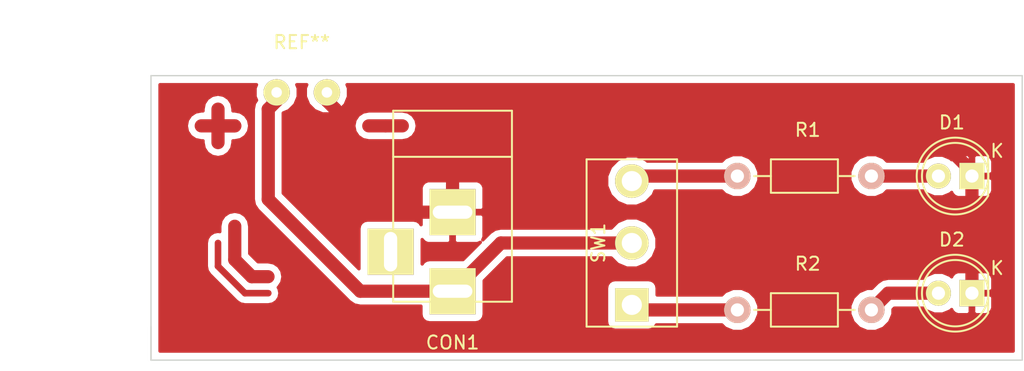
<source format=kicad_pcb>
(kicad_pcb (version 4) (host pcbnew 4.0.2-stable)

  (general
    (links 9)
    (no_connects 2)
    (area 116.789999 77.419999 182.930001 99.110001)
    (thickness 1.6)
    (drawings 7)
    (tracks 37)
    (zones 0)
    (modules 7)
    (nets 8)
  )

  (page A4)
  (layers
    (0 F.Cu signal)
    (31 B.Cu signal)
    (32 B.Adhes user)
    (33 F.Adhes user)
    (34 B.Paste user)
    (35 F.Paste user)
    (36 B.SilkS user)
    (37 F.SilkS user)
    (38 B.Mask user)
    (39 F.Mask user)
    (40 Dwgs.User user)
    (41 Cmts.User user)
    (42 Eco1.User user)
    (43 Eco2.User user)
    (44 Edge.Cuts user)
    (45 Margin user)
    (46 B.CrtYd user)
    (47 F.CrtYd user)
    (48 B.Fab user)
    (49 F.Fab user)
  )

  (setup
    (last_trace_width 1)
    (trace_clearance 0.5)
    (zone_clearance 0.508)
    (zone_45_only no)
    (trace_min 0.5)
    (segment_width 0.2)
    (edge_width 0.1)
    (via_size 1)
    (via_drill 0.6)
    (via_min_size 1)
    (via_min_drill 0.6)
    (uvia_size 0.3)
    (uvia_drill 0.1)
    (uvias_allowed no)
    (uvia_min_size 0.2)
    (uvia_min_drill 0.1)
    (pcb_text_width 0.3)
    (pcb_text_size 1.5 1.5)
    (mod_edge_width 0.15)
    (mod_text_size 1 1)
    (mod_text_width 0.15)
    (pad_size 1.99898 1.99898)
    (pad_drill 0.8001)
    (pad_to_mask_clearance 0)
    (aux_axis_origin 120.65 95.25)
    (grid_origin 116.84 99.06)
    (visible_elements FFFFFF7F)
    (pcbplotparams
      (layerselection 0x00030_80000001)
      (usegerberextensions false)
      (excludeedgelayer true)
      (linewidth 0.100000)
      (plotframeref false)
      (viasonmask false)
      (mode 1)
      (useauxorigin false)
      (hpglpennumber 1)
      (hpglpenspeed 20)
      (hpglpendiameter 15)
      (hpglpenoverlay 2)
      (psnegative false)
      (psa4output false)
      (plotreference true)
      (plotvalue true)
      (plotinvisibletext false)
      (padsonsilk false)
      (subtractmaskfromsilk false)
      (outputformat 1)
      (mirror false)
      (drillshape 1)
      (scaleselection 1)
      (outputdirectory ""))
  )

  (net 0 "")
  (net 1 "Net-(CON1-Pad1)")
  (net 2 "Net-(CON1-Pad2)")
  (net 3 "Net-(CON1-Pad3)")
  (net 4 "Net-(D1-Pad2)")
  (net 5 "Net-(D2-Pad2)")
  (net 6 "Net-(R1-Pad1)")
  (net 7 "Net-(R2-Pad1)")

  (net_class Default "This is the default net class."
    (clearance 0.5)
    (trace_width 1)
    (via_dia 1)
    (via_drill 0.6)
    (uvia_dia 0.3)
    (uvia_drill 0.1)
    (add_net "Net-(CON1-Pad1)")
    (add_net "Net-(CON1-Pad2)")
    (add_net "Net-(CON1-Pad3)")
    (add_net "Net-(D1-Pad2)")
    (add_net "Net-(D2-Pad2)")
    (add_net "Net-(R1-Pad1)")
    (add_net "Net-(R2-Pad1)")
  )

  (net_class "test 0.5" ""
    (clearance 0.5)
    (trace_width 0.5)
    (via_dia 1)
    (via_drill 0.6)
    (uvia_dia 0.3)
    (uvia_drill 0.1)
  )

  (module Wire_Pads:SolderWirePad_2x_0-8mmDrill (layer F.Cu) (tedit 5798AC22) (tstamp 5798AB8C)
    (at 128.27 78.74)
    (fp_text reference REF** (at 0 -3.81) (layer F.SilkS)
      (effects (font (size 1 1) (thickness 0.15)))
    )
    (fp_text value SolderWirePad_2x_0-8mmDrill (at 0.635 2.54) (layer F.Fab)
      (effects (font (size 1 1) (thickness 0.15)))
    )
    (pad 1 thru_hole circle (at -1.905 0) (size 1.99898 1.99898) (drill 0.8001) (layers *.Cu *.Mask F.SilkS)
      (net 1 "Net-(CON1-Pad1)"))
    (pad 1 thru_hole circle (at 1.905 0) (size 1.99898 1.99898) (drill 0.8001) (layers *.Cu *.Mask F.SilkS)
      (net 2 "Net-(CON1-Pad2)"))
  )

  (module LEDs:LED-5MM (layer F.Cu) (tedit 5570F7EA) (tstamp 5798A5F1)
    (at 179.07 85.09 180)
    (descr "LED 5mm round vertical")
    (tags "LED 5mm round vertical")
    (path /5798A547)
    (fp_text reference D1 (at 1.524 4.064 180) (layer F.SilkS)
      (effects (font (size 1 1) (thickness 0.15)))
    )
    (fp_text value LED (at 1.524 -3.937 180) (layer F.Fab)
      (effects (font (size 1 1) (thickness 0.15)))
    )
    (fp_line (start -1.5 -1.55) (end -1.5 1.55) (layer F.CrtYd) (width 0.05))
    (fp_arc (start 1.3 0) (end -1.5 1.55) (angle -302) (layer F.CrtYd) (width 0.05))
    (fp_arc (start 1.27 0) (end -1.23 -1.5) (angle 297.5) (layer F.SilkS) (width 0.15))
    (fp_line (start -1.23 1.5) (end -1.23 -1.5) (layer F.SilkS) (width 0.15))
    (fp_circle (center 1.27 0) (end 0.97 -2.5) (layer F.SilkS) (width 0.15))
    (fp_text user K (at -1.905 1.905 180) (layer F.SilkS)
      (effects (font (size 1 1) (thickness 0.15)))
    )
    (pad 1 thru_hole rect (at 0 0 270) (size 2 1.9) (drill 1.00076) (layers *.Cu *.Mask F.SilkS)
      (net 2 "Net-(CON1-Pad2)"))
    (pad 2 thru_hole circle (at 2.54 0 180) (size 1.9 1.9) (drill 1.00076) (layers *.Cu *.Mask F.SilkS)
      (net 4 "Net-(D1-Pad2)"))
    (model LEDs.3dshapes/LED-5MM.wrl
      (at (xyz 0.05 0 0))
      (scale (xyz 1 1 1))
      (rotate (xyz 0 0 90))
    )
  )

  (module Resistors_ThroughHole:Resistor_Horizontal_RM10mm (layer F.Cu) (tedit 56648415) (tstamp 5798A5FD)
    (at 161.29 85.09)
    (descr "Resistor, Axial,  RM 10mm, 1/3W")
    (tags "Resistor Axial RM 10mm 1/3W")
    (path /5798A51E)
    (fp_text reference R1 (at 5.32892 -3.50012) (layer F.SilkS)
      (effects (font (size 1 1) (thickness 0.15)))
    )
    (fp_text value R (at 5.08 3.81) (layer F.Fab)
      (effects (font (size 1 1) (thickness 0.15)))
    )
    (fp_line (start -1.25 -1.5) (end 11.4 -1.5) (layer F.CrtYd) (width 0.05))
    (fp_line (start -1.25 1.5) (end -1.25 -1.5) (layer F.CrtYd) (width 0.05))
    (fp_line (start 11.4 -1.5) (end 11.4 1.5) (layer F.CrtYd) (width 0.05))
    (fp_line (start -1.25 1.5) (end 11.4 1.5) (layer F.CrtYd) (width 0.05))
    (fp_line (start 2.54 -1.27) (end 7.62 -1.27) (layer F.SilkS) (width 0.15))
    (fp_line (start 7.62 -1.27) (end 7.62 1.27) (layer F.SilkS) (width 0.15))
    (fp_line (start 7.62 1.27) (end 2.54 1.27) (layer F.SilkS) (width 0.15))
    (fp_line (start 2.54 1.27) (end 2.54 -1.27) (layer F.SilkS) (width 0.15))
    (fp_line (start 2.54 0) (end 1.27 0) (layer F.SilkS) (width 0.15))
    (fp_line (start 7.62 0) (end 8.89 0) (layer F.SilkS) (width 0.15))
    (pad 1 thru_hole circle (at 0 0) (size 1.99898 1.99898) (drill 1.00076) (layers *.Cu *.SilkS *.Mask)
      (net 6 "Net-(R1-Pad1)"))
    (pad 2 thru_hole circle (at 10.16 0) (size 1.99898 1.99898) (drill 1.00076) (layers *.Cu *.SilkS *.Mask)
      (net 4 "Net-(D1-Pad2)"))
    (model Resistors_ThroughHole.3dshapes/Resistor_Horizontal_RM10mm.wrl
      (at (xyz 0 0 0))
      (scale (xyz 0.4 0.4 0.4))
      (rotate (xyz 0 0 0))
    )
  )

  (module Resistors_ThroughHole:Resistor_Horizontal_RM10mm (layer F.Cu) (tedit 56648415) (tstamp 5798A603)
    (at 161.29 95.25)
    (descr "Resistor, Axial,  RM 10mm, 1/3W")
    (tags "Resistor Axial RM 10mm 1/3W")
    (path /5798A634)
    (fp_text reference R2 (at 5.32892 -3.50012) (layer F.SilkS)
      (effects (font (size 1 1) (thickness 0.15)))
    )
    (fp_text value R (at 5.08 3.81) (layer F.Fab)
      (effects (font (size 1 1) (thickness 0.15)))
    )
    (fp_line (start -1.25 -1.5) (end 11.4 -1.5) (layer F.CrtYd) (width 0.05))
    (fp_line (start -1.25 1.5) (end -1.25 -1.5) (layer F.CrtYd) (width 0.05))
    (fp_line (start 11.4 -1.5) (end 11.4 1.5) (layer F.CrtYd) (width 0.05))
    (fp_line (start -1.25 1.5) (end 11.4 1.5) (layer F.CrtYd) (width 0.05))
    (fp_line (start 2.54 -1.27) (end 7.62 -1.27) (layer F.SilkS) (width 0.15))
    (fp_line (start 7.62 -1.27) (end 7.62 1.27) (layer F.SilkS) (width 0.15))
    (fp_line (start 7.62 1.27) (end 2.54 1.27) (layer F.SilkS) (width 0.15))
    (fp_line (start 2.54 1.27) (end 2.54 -1.27) (layer F.SilkS) (width 0.15))
    (fp_line (start 2.54 0) (end 1.27 0) (layer F.SilkS) (width 0.15))
    (fp_line (start 7.62 0) (end 8.89 0) (layer F.SilkS) (width 0.15))
    (pad 1 thru_hole circle (at 0 0) (size 1.99898 1.99898) (drill 1.00076) (layers *.Cu *.SilkS *.Mask)
      (net 7 "Net-(R2-Pad1)"))
    (pad 2 thru_hole circle (at 10.16 0) (size 1.99898 1.99898) (drill 1.00076) (layers *.Cu *.SilkS *.Mask)
      (net 5 "Net-(D2-Pad2)"))
    (model Resistors_ThroughHole.3dshapes/Resistor_Horizontal_RM10mm.wrl
      (at (xyz 0 0 0))
      (scale (xyz 0.4 0.4 0.4))
      (rotate (xyz 0 0 0))
    )
  )

  (module Connect:BARREL_JACK (layer F.Cu) (tedit 0) (tstamp 5798A5EB)
    (at 139.7 87.63 270)
    (descr "DC Barrel Jack")
    (tags "Power Jack")
    (path /5798A4FF)
    (fp_text reference CON1 (at 10.09904 0 360) (layer F.SilkS)
      (effects (font (size 1 1) (thickness 0.15)))
    )
    (fp_text value BARREL_JACK (at 0 -5.99948 270) (layer F.Fab)
      (effects (font (size 1 1) (thickness 0.15)))
    )
    (fp_line (start -4.0005 -4.50088) (end -4.0005 4.50088) (layer F.SilkS) (width 0.15))
    (fp_line (start -7.50062 -4.50088) (end -7.50062 4.50088) (layer F.SilkS) (width 0.15))
    (fp_line (start -7.50062 4.50088) (end 7.00024 4.50088) (layer F.SilkS) (width 0.15))
    (fp_line (start 7.00024 4.50088) (end 7.00024 -4.50088) (layer F.SilkS) (width 0.15))
    (fp_line (start 7.00024 -4.50088) (end -7.50062 -4.50088) (layer F.SilkS) (width 0.15))
    (pad 1 thru_hole rect (at 6.20014 0 270) (size 3.50012 3.50012) (drill oval 1.00076 2.99974) (layers *.Cu *.Mask F.SilkS)
      (net 1 "Net-(CON1-Pad1)"))
    (pad 2 thru_hole rect (at 0.20066 0 270) (size 3.50012 3.50012) (drill oval 1.00076 2.99974) (layers *.Cu *.Mask F.SilkS)
      (net 2 "Net-(CON1-Pad2)"))
    (pad 3 thru_hole rect (at 3.2004 4.699 270) (size 3.50012 3.50012) (drill oval 2.99974 1.00076) (layers *.Cu *.Mask F.SilkS)
      (net 3 "Net-(CON1-Pad3)"))
  )

  (module LEDs:LED-5MM (layer F.Cu) (tedit 5570F7EA) (tstamp 5798A5F7)
    (at 179.07 93.98 180)
    (descr "LED 5mm round vertical")
    (tags "LED 5mm round vertical")
    (path /5798A63A)
    (fp_text reference D2 (at 1.524 4.064 180) (layer F.SilkS)
      (effects (font (size 1 1) (thickness 0.15)))
    )
    (fp_text value LED (at 1.524 -3.937 180) (layer F.Fab)
      (effects (font (size 1 1) (thickness 0.15)))
    )
    (fp_line (start -1.5 -1.55) (end -1.5 1.55) (layer F.CrtYd) (width 0.05))
    (fp_arc (start 1.3 0) (end -1.5 1.55) (angle -302) (layer F.CrtYd) (width 0.05))
    (fp_arc (start 1.27 0) (end -1.23 -1.5) (angle 297.5) (layer F.SilkS) (width 0.15))
    (fp_line (start -1.23 1.5) (end -1.23 -1.5) (layer F.SilkS) (width 0.15))
    (fp_circle (center 1.27 0) (end 0.97 -2.5) (layer F.SilkS) (width 0.15))
    (fp_text user K (at -1.905 1.905 180) (layer F.SilkS)
      (effects (font (size 1 1) (thickness 0.15)))
    )
    (pad 1 thru_hole rect (at 0 0 270) (size 2 1.9) (drill 1.00076) (layers *.Cu *.Mask F.SilkS)
      (net 2 "Net-(CON1-Pad2)"))
    (pad 2 thru_hole circle (at 2.54 0 180) (size 1.9 1.9) (drill 1.00076) (layers *.Cu *.Mask F.SilkS)
      (net 5 "Net-(D2-Pad2)"))
    (model LEDs.3dshapes/LED-5MM.wrl
      (at (xyz 0.05 0 0))
      (scale (xyz 1 1 1))
      (rotate (xyz 0 0 90))
    )
  )

  (module myparts:SW_SPDT (layer F.Cu) (tedit 579896F2) (tstamp 5798A60A)
    (at 153.289 90.17 90)
    (tags "Switch SPDT")
    (path /5798A57D)
    (fp_text reference SW1 (at 0 -2.54 90) (layer F.SilkS)
      (effects (font (size 1 1) (thickness 0.15)))
    )
    (fp_text value SWITCH_INV (at 0.025 2.45 90) (layer F.Fab)
      (effects (font (size 1 1) (thickness 0.15)))
    )
    (fp_line (start -6.35 3.429) (end -6.35 -3.429) (layer F.SilkS) (width 0.15))
    (fp_line (start -6.35 -3.429) (end 6.35 -3.429) (layer F.SilkS) (width 0.15))
    (fp_line (start 6.35 -3.429) (end 6.35 3.429) (layer F.SilkS) (width 0.15))
    (fp_line (start 6.35 3.429) (end -6.35 3.429) (layer F.SilkS) (width 0.15))
    (pad 1 thru_hole rect (at -4.699 0 90) (size 2.54 2.54) (drill 1.524) (layers *.Cu *.Mask F.SilkS)
      (net 7 "Net-(R2-Pad1)"))
    (pad 2 thru_hole circle (at 0 0 90) (size 2.54 2.54) (drill 1.524) (layers *.Cu *.Mask F.SilkS)
      (net 1 "Net-(CON1-Pad1)"))
    (pad 3 thru_hole circle (at 4.699 0 90) (size 2.54 2.54) (drill 1.524) (layers *.Cu *.Mask F.SilkS)
      (net 6 "Net-(R1-Pad1)"))
  )

  (gr_line (start 116.84 99.06) (end 116.84 96.52) (layer Edge.Cuts) (width 0.1))
  (gr_line (start 182.88 99.06) (end 116.84 99.06) (layer Edge.Cuts) (width 0.1))
  (gr_line (start 182.88 77.47) (end 182.88 99.06) (layer Edge.Cuts) (width 0.1))
  (gr_line (start 116.84 77.47) (end 182.88 77.47) (layer Edge.Cuts) (width 0.1))
  (gr_line (start 116.84 99.06) (end 116.84 77.47) (layer Edge.Cuts) (width 0.1))
  (dimension 20.32 (width 0.3) (layer Cmts.User)
    (gr_text "20.320 mm" (at 111.68 87.63 270) (layer Cmts.User)
      (effects (font (size 1.5 1.5) (thickness 0.3)))
    )
    (feature1 (pts (xy 115.57 97.79) (xy 110.33 97.79)))
    (feature2 (pts (xy 115.57 77.47) (xy 110.33 77.47)))
    (crossbar (pts (xy 113.03 77.47) (xy 113.03 97.79)))
    (arrow1a (pts (xy 113.03 97.79) (xy 112.443579 96.663496)))
    (arrow1b (pts (xy 113.03 97.79) (xy 113.616421 96.663496)))
    (arrow2a (pts (xy 113.03 77.47) (xy 112.443579 78.596504)))
    (arrow2b (pts (xy 113.03 77.47) (xy 113.616421 78.596504)))
  )
  (dimension 66.04 (width 0.3) (layer Cmts.User)
    (gr_text "66.040 mm" (at 149.86 73.58) (layer Cmts.User)
      (effects (font (size 1.5 1.5) (thickness 0.3)))
    )
    (feature1 (pts (xy 182.88 77.47) (xy 182.88 72.23)))
    (feature2 (pts (xy 116.84 77.47) (xy 116.84 72.23)))
    (crossbar (pts (xy 116.84 74.93) (xy 182.88 74.93)))
    (arrow1a (pts (xy 182.88 74.93) (xy 181.753496 75.516421)))
    (arrow1b (pts (xy 182.88 74.93) (xy 181.753496 74.343579)))
    (arrow2a (pts (xy 116.84 74.93) (xy 117.966504 75.516421)))
    (arrow2b (pts (xy 116.84 74.93) (xy 117.966504 74.343579)))
  )

  (segment (start 124.47999 92.72999) (end 125.71001 92.72999) (width 1) (layer F.Cu) (net 0))
  (segment (start 123.962218 93.98) (end 121.92 91.937782) (width 0.5) (layer F.Cu) (net 0))
  (segment (start 125.73 93.98) (end 123.962218 93.98) (width 0.5) (layer F.Cu) (net 0))
  (segment (start 121.92 91.937782) (end 121.92 90.17) (width 0.5) (layer F.Cu) (net 0))
  (segment (start 123.19 88.9) (end 123.19 91.44) (width 1) (layer F.Cu) (net 0))
  (segment (start 123.19 91.44) (end 124.47999 92.72999) (width 1) (layer F.Cu) (net 0))
  (segment (start 134.62 81.28) (end 133.35 81.28) (width 1) (layer F.Cu) (net 0))
  (segment (start 121.92 81.28) (end 121.92 82.55) (width 1) (layer F.Cu) (net 0))
  (segment (start 121.92 81.28) (end 121.92 80.01) (width 1) (layer F.Cu) (net 0))
  (segment (start 123.19 81.28) (end 121.92 81.28) (width 1) (layer F.Cu) (net 0))
  (segment (start 120.65 81.28) (end 123.19 81.28) (width 1) (layer F.Cu) (net 0))
  (segment (start 134.62 81.28) (end 135.89 81.28) (width 1) (layer F.Cu) (net 0))
  (segment (start 126.365 78.74) (end 126.365 79.375) (width 1) (layer F.Cu) (net 1))
  (segment (start 126.365 79.375) (end 125.73 80.01) (width 1) (layer F.Cu) (net 1))
  (segment (start 125.73 86.859522) (end 125.73 80.01) (width 1) (layer F.Cu) (net 1))
  (segment (start 139.7 93.83014) (end 132.700618 93.83014) (width 1) (layer F.Cu) (net 1))
  (segment (start 132.700618 93.83014) (end 125.73 86.859522) (width 1) (layer F.Cu) (net 1))
  (segment (start 153.289 90.17) (end 143.36014 90.17) (width 1) (layer F.Cu) (net 1))
  (segment (start 143.36014 90.17) (end 139.7 93.83014) (width 1) (layer F.Cu) (net 1))
  (segment (start 130.175 78.74) (end 130.175 79.375) (width 1) (layer F.Cu) (net 2))
  (segment (start 130.175 79.375) (end 130.81 80.01) (width 1) (layer F.Cu) (net 2))
  (segment (start 130.81 85.09) (end 130.81 80.01) (width 1) (layer F.Cu) (net 2))
  (segment (start 133.55066 87.83066) (end 130.81 85.09) (width 1) (layer F.Cu) (net 2))
  (segment (start 139.7 87.83066) (end 133.55066 87.83066) (width 1) (layer F.Cu) (net 2))
  (segment (start 179.07 85.09) (end 179.07 93.98) (width 1) (layer F.Cu) (net 2))
  (segment (start 139.7 87.83066) (end 139.7 85.0806) (width 1) (layer F.Cu) (net 2))
  (segment (start 139.7 85.0806) (end 141.690091 83.090509) (width 1) (layer F.Cu) (net 2))
  (segment (start 141.690091 83.090509) (end 177.416511 83.090509) (width 1) (layer F.Cu) (net 2))
  (segment (start 179.07 84.743998) (end 179.07 85.09) (width 1) (layer F.Cu) (net 2))
  (segment (start 177.416511 83.090509) (end 179.07 84.743998) (width 1) (layer F.Cu) (net 2))
  (segment (start 176.53 85.09) (end 171.45 85.09) (width 1) (layer F.Cu) (net 4))
  (segment (start 176.53 93.98) (end 172.72 93.98) (width 1) (layer F.Cu) (net 5))
  (segment (start 172.72 93.98) (end 171.45 95.25) (width 1) (layer F.Cu) (net 5))
  (segment (start 161.29 85.09) (end 153.67 85.09) (width 1) (layer F.Cu) (net 6))
  (segment (start 153.67 85.09) (end 153.289 85.471) (width 1) (layer F.Cu) (net 6))
  (segment (start 161.29 95.25) (end 153.67 95.25) (width 1) (layer F.Cu) (net 7))
  (segment (start 153.67 95.25) (end 153.289 94.869) (width 1) (layer F.Cu) (net 7))

  (zone (net 2) (net_name "Net-(CON1-Pad2)") (layer F.Cu) (tstamp 0) (hatch edge 0.508)
    (connect_pads (clearance 0.508))
    (min_thickness 0.254)
    (fill yes (arc_segments 16) (thermal_gap 0.508) (thermal_bridge_width 0.508))
    (polygon
      (pts
        (xy 182.88 77.47) (xy 182.88 99.06) (xy 116.84 99.06) (xy 116.84 77.47)
      )
    )
    (filled_polygon
      (pts
        (xy 124.730794 78.413453) (xy 124.730226 79.063694) (xy 124.842278 79.334879) (xy 124.681397 79.575654) (xy 124.595 80.01)
        (xy 124.595 86.859522) (xy 124.681397 87.293868) (xy 124.849138 87.54491) (xy 124.927434 87.662088) (xy 131.898052 94.632707)
        (xy 132.266273 94.878744) (xy 132.700618 94.96514) (xy 137.3025 94.96514) (xy 137.3025 95.5802) (xy 137.346778 95.815517)
        (xy 137.48585 96.031641) (xy 137.69805 96.176631) (xy 137.94994 96.22764) (xy 141.45006 96.22764) (xy 141.685377 96.183362)
        (xy 141.901501 96.04429) (xy 142.046491 95.83209) (xy 142.0975 95.5802) (xy 142.0975 93.599) (xy 151.37156 93.599)
        (xy 151.37156 96.139) (xy 151.415838 96.374317) (xy 151.55491 96.590441) (xy 151.76711 96.735431) (xy 152.019 96.78644)
        (xy 154.559 96.78644) (xy 154.794317 96.742162) (xy 155.010441 96.60309) (xy 155.155431 96.39089) (xy 155.156624 96.385)
        (xy 160.113516 96.385) (xy 160.362927 96.634846) (xy 160.963453 96.884206) (xy 161.613694 96.884774) (xy 162.214655 96.636462)
        (xy 162.674846 96.177073) (xy 162.924206 95.576547) (xy 162.924208 95.573694) (xy 169.815226 95.573694) (xy 170.063538 96.174655)
        (xy 170.522927 96.634846) (xy 171.123453 96.884206) (xy 171.773694 96.884774) (xy 172.374655 96.636462) (xy 172.834846 96.177073)
        (xy 173.084206 95.576547) (xy 173.084517 95.220615) (xy 173.190132 95.115) (xy 175.423446 95.115) (xy 175.630997 95.322914)
        (xy 176.213341 95.564724) (xy 176.843893 95.565275) (xy 177.426657 95.324481) (xy 177.531867 95.219455) (xy 177.581673 95.339698)
        (xy 177.760301 95.518327) (xy 177.99369 95.615) (xy 178.78425 95.615) (xy 178.943 95.45625) (xy 178.943 94.107)
        (xy 179.197 94.107) (xy 179.197 95.45625) (xy 179.35575 95.615) (xy 180.14631 95.615) (xy 180.379699 95.518327)
        (xy 180.558327 95.339698) (xy 180.655 95.106309) (xy 180.655 94.26575) (xy 180.49625 94.107) (xy 179.197 94.107)
        (xy 178.943 94.107) (xy 178.923 94.107) (xy 178.923 93.853) (xy 178.943 93.853) (xy 178.943 92.50375)
        (xy 179.197 92.50375) (xy 179.197 93.853) (xy 180.49625 93.853) (xy 180.655 93.69425) (xy 180.655 92.853691)
        (xy 180.558327 92.620302) (xy 180.379699 92.441673) (xy 180.14631 92.345) (xy 179.35575 92.345) (xy 179.197 92.50375)
        (xy 178.943 92.50375) (xy 178.78425 92.345) (xy 177.99369 92.345) (xy 177.760301 92.441673) (xy 177.581673 92.620302)
        (xy 177.531988 92.740251) (xy 177.429003 92.637086) (xy 176.846659 92.395276) (xy 176.216107 92.394725) (xy 175.633343 92.635519)
        (xy 175.423496 92.845) (xy 172.72 92.845) (xy 172.285654 92.931397) (xy 172.116309 93.04455) (xy 171.917434 93.177434)
        (xy 171.479334 93.615534) (xy 171.126306 93.615226) (xy 170.525345 93.863538) (xy 170.065154 94.322927) (xy 169.815794 94.923453)
        (xy 169.815226 95.573694) (xy 162.924208 95.573694) (xy 162.924774 94.926306) (xy 162.676462 94.325345) (xy 162.217073 93.865154)
        (xy 161.616547 93.615794) (xy 160.966306 93.615226) (xy 160.365345 93.863538) (xy 160.113444 94.115) (xy 155.20644 94.115)
        (xy 155.20644 93.599) (xy 155.162162 93.363683) (xy 155.02309 93.147559) (xy 154.81089 93.002569) (xy 154.559 92.95156)
        (xy 152.019 92.95156) (xy 151.783683 92.995838) (xy 151.567559 93.13491) (xy 151.422569 93.34711) (xy 151.37156 93.599)
        (xy 142.0975 93.599) (xy 142.0975 93.037772) (xy 143.830272 91.305) (xy 151.730292 91.305) (xy 152.208495 91.784039)
        (xy 152.90841 92.074668) (xy 153.666265 92.07533) (xy 154.366686 91.785922) (xy 154.903039 91.250505) (xy 155.193668 90.55059)
        (xy 155.19433 89.792735) (xy 154.904922 89.092314) (xy 154.369505 88.555961) (xy 153.66959 88.265332) (xy 152.911735 88.26467)
        (xy 152.211314 88.554078) (xy 151.729551 89.035) (xy 143.36014 89.035) (xy 142.925795 89.121396) (xy 142.557574 89.367434)
        (xy 141.991072 89.933936) (xy 142.08506 89.707029) (xy 142.08506 88.11641) (xy 141.92631 87.95766) (xy 139.827 87.95766)
        (xy 139.827 90.05697) (xy 139.98575 90.21572) (xy 141.57637 90.21572) (xy 141.803275 90.121733) (xy 140.492368 91.43264)
        (xy 137.94994 91.43264) (xy 137.714623 91.476918) (xy 137.498499 91.61599) (xy 137.3985 91.762343) (xy 137.3985 89.90876)
        (xy 137.411613 89.940418) (xy 137.590241 90.119047) (xy 137.82363 90.21572) (xy 139.41425 90.21572) (xy 139.573 90.05697)
        (xy 139.573 87.95766) (xy 137.47369 87.95766) (xy 137.31494 88.11641) (xy 137.31494 88.783977) (xy 137.21515 88.628899)
        (xy 137.00295 88.483909) (xy 136.75106 88.4329) (xy 133.25094 88.4329) (xy 133.015623 88.477178) (xy 132.799499 88.61625)
        (xy 132.654509 88.82845) (xy 132.6035 89.08034) (xy 132.6035 92.127889) (xy 126.865 86.38939) (xy 126.865 85.954291)
        (xy 137.31494 85.954291) (xy 137.31494 87.54491) (xy 137.47369 87.70366) (xy 139.573 87.70366) (xy 139.573 85.60435)
        (xy 139.827 85.60435) (xy 139.827 87.70366) (xy 141.92631 87.70366) (xy 142.08506 87.54491) (xy 142.08506 85.954291)
        (xy 142.041143 85.848265) (xy 151.38367 85.848265) (xy 151.673078 86.548686) (xy 152.208495 87.085039) (xy 152.90841 87.375668)
        (xy 153.666265 87.37633) (xy 154.366686 87.086922) (xy 154.903039 86.551505) (xy 155.038615 86.225) (xy 160.113516 86.225)
        (xy 160.362927 86.474846) (xy 160.963453 86.724206) (xy 161.613694 86.724774) (xy 162.214655 86.476462) (xy 162.674846 86.017073)
        (xy 162.924206 85.416547) (xy 162.924208 85.413694) (xy 169.815226 85.413694) (xy 170.063538 86.014655) (xy 170.522927 86.474846)
        (xy 171.123453 86.724206) (xy 171.773694 86.724774) (xy 172.374655 86.476462) (xy 172.626556 86.225) (xy 175.423446 86.225)
        (xy 175.630997 86.432914) (xy 176.213341 86.674724) (xy 176.843893 86.675275) (xy 177.426657 86.434481) (xy 177.531867 86.329455)
        (xy 177.581673 86.449698) (xy 177.760301 86.628327) (xy 177.99369 86.725) (xy 178.78425 86.725) (xy 178.943 86.56625)
        (xy 178.943 85.217) (xy 179.197 85.217) (xy 179.197 86.56625) (xy 179.35575 86.725) (xy 180.14631 86.725)
        (xy 180.379699 86.628327) (xy 180.558327 86.449698) (xy 180.655 86.216309) (xy 180.655 85.37575) (xy 180.49625 85.217)
        (xy 179.197 85.217) (xy 178.943 85.217) (xy 178.923 85.217) (xy 178.923 84.963) (xy 178.943 84.963)
        (xy 178.943 83.61375) (xy 179.197 83.61375) (xy 179.197 84.963) (xy 180.49625 84.963) (xy 180.655 84.80425)
        (xy 180.655 83.963691) (xy 180.558327 83.730302) (xy 180.379699 83.551673) (xy 180.14631 83.455) (xy 179.35575 83.455)
        (xy 179.197 83.61375) (xy 178.943 83.61375) (xy 178.78425 83.455) (xy 177.99369 83.455) (xy 177.760301 83.551673)
        (xy 177.581673 83.730302) (xy 177.531988 83.850251) (xy 177.429003 83.747086) (xy 176.846659 83.505276) (xy 176.216107 83.504725)
        (xy 175.633343 83.745519) (xy 175.423496 83.955) (xy 172.626484 83.955) (xy 172.377073 83.705154) (xy 171.776547 83.455794)
        (xy 171.126306 83.455226) (xy 170.525345 83.703538) (xy 170.065154 84.162927) (xy 169.815794 84.763453) (xy 169.815226 85.413694)
        (xy 162.924208 85.413694) (xy 162.924774 84.766306) (xy 162.676462 84.165345) (xy 162.217073 83.705154) (xy 161.616547 83.455794)
        (xy 160.966306 83.455226) (xy 160.365345 83.703538) (xy 160.113444 83.955) (xy 154.467373 83.955) (xy 154.369505 83.856961)
        (xy 153.66959 83.566332) (xy 152.911735 83.56567) (xy 152.211314 83.855078) (xy 151.674961 84.390495) (xy 151.384332 85.09041)
        (xy 151.38367 85.848265) (xy 142.041143 85.848265) (xy 141.988387 85.720902) (xy 141.809759 85.542273) (xy 141.57637 85.4456)
        (xy 139.98575 85.4456) (xy 139.827 85.60435) (xy 139.573 85.60435) (xy 139.41425 85.4456) (xy 137.82363 85.4456)
        (xy 137.590241 85.542273) (xy 137.411613 85.720902) (xy 137.31494 85.954291) (xy 126.865 85.954291) (xy 126.865 81.28)
        (xy 132.215 81.28) (xy 132.301397 81.714346) (xy 132.547434 82.082566) (xy 132.915654 82.328603) (xy 133.35 82.415)
        (xy 135.89 82.415) (xy 136.324346 82.328603) (xy 136.692566 82.082566) (xy 136.938603 81.714346) (xy 137.025 81.28)
        (xy 136.938603 80.845654) (xy 136.692566 80.477434) (xy 136.324346 80.231397) (xy 135.89 80.145) (xy 133.35 80.145)
        (xy 132.915654 80.231397) (xy 132.547434 80.477434) (xy 132.301397 80.845654) (xy 132.215 81.28) (xy 126.865 81.28)
        (xy 126.865 80.301926) (xy 127.289655 80.126462) (xy 127.749846 79.667073) (xy 127.999206 79.066547) (xy 127.999774 78.416306)
        (xy 127.891805 78.155) (xy 128.648113 78.155) (xy 128.540794 78.413453) (xy 128.540226 79.063694) (xy 128.788538 79.664655)
        (xy 129.247927 80.124846) (xy 129.848453 80.374206) (xy 130.498694 80.374774) (xy 131.099655 80.126462) (xy 131.559846 79.667073)
        (xy 131.809206 79.066547) (xy 131.809774 78.416306) (xy 131.701805 78.155) (xy 182.195 78.155) (xy 182.195 98.375)
        (xy 117.525 98.375) (xy 117.525 91.937782) (xy 121.034999 91.937782) (xy 121.09119 92.220266) (xy 121.102367 92.276457)
        (xy 121.29421 92.563572) (xy 123.336426 94.605787) (xy 123.336428 94.60579) (xy 123.623543 94.797633) (xy 123.962218 94.865)
        (xy 125.73 94.865) (xy 126.068675 94.797633) (xy 126.35579 94.60579) (xy 126.547633 94.318675) (xy 126.615 93.98)
        (xy 126.547633 93.641325) (xy 126.486568 93.549934) (xy 126.512576 93.532556) (xy 126.758613 93.164336) (xy 126.84501 92.72999)
        (xy 126.758613 92.295644) (xy 126.512576 91.927424) (xy 126.144356 91.681387) (xy 125.71001 91.59499) (xy 124.950122 91.59499)
        (xy 124.325 90.969868) (xy 124.325 88.9) (xy 124.238603 88.465654) (xy 123.992566 88.097434) (xy 123.624346 87.851397)
        (xy 123.19 87.765) (xy 122.755654 87.851397) (xy 122.387434 88.097434) (xy 122.141397 88.465654) (xy 122.055 88.9)
        (xy 122.055 89.311853) (xy 121.92 89.285) (xy 121.581325 89.352367) (xy 121.29421 89.54421) (xy 121.102367 89.831325)
        (xy 121.035 90.17) (xy 121.035 91.937777) (xy 121.034999 91.937782) (xy 117.525 91.937782) (xy 117.525 81.28)
        (xy 119.515 81.28) (xy 119.601397 81.714346) (xy 119.847434 82.082566) (xy 120.215654 82.328603) (xy 120.65 82.415)
        (xy 120.785 82.415) (xy 120.785 82.55) (xy 120.871397 82.984346) (xy 121.117434 83.352566) (xy 121.485654 83.598603)
        (xy 121.92 83.685) (xy 122.354346 83.598603) (xy 122.722566 83.352566) (xy 122.968603 82.984346) (xy 123.055 82.55)
        (xy 123.055 82.415) (xy 123.19 82.415) (xy 123.624346 82.328603) (xy 123.992566 82.082566) (xy 124.238603 81.714346)
        (xy 124.325 81.28) (xy 124.238603 80.845654) (xy 123.992566 80.477434) (xy 123.624346 80.231397) (xy 123.19 80.145)
        (xy 123.055 80.145) (xy 123.055 80.01) (xy 122.968603 79.575654) (xy 122.722566 79.207434) (xy 122.354346 78.961397)
        (xy 121.92 78.875) (xy 121.485654 78.961397) (xy 121.117434 79.207434) (xy 120.871397 79.575654) (xy 120.785 80.01)
        (xy 120.785 80.145) (xy 120.65 80.145) (xy 120.215654 80.231397) (xy 119.847434 80.477434) (xy 119.601397 80.845654)
        (xy 119.515 81.28) (xy 117.525 81.28) (xy 117.525 78.155) (xy 124.838113 78.155)
      )
    )
  )
)

</source>
